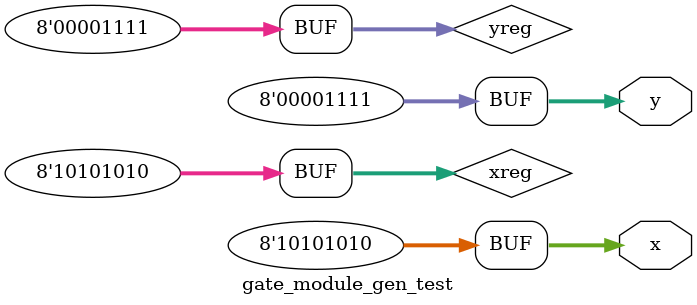
<source format=v>
`timescale 1ns / 1ps
module gate_module_gen_test(
        output [7:0] x,
        output [7:0] y
    );
    reg [7:0] xreg;
    reg [7:0] yreg;
    
    assign x = xreg;
    assign y = yreg;
    
    initial
    begin
        #1;
        xreg = 8'hff;
        yreg = 8'hff;
        #2;
        xreg = 8'hff;
        yreg = 8'h00;
        #2;
        xreg = 8'haa;
        yreg = 8'h0f;
    end
endmodule

</source>
